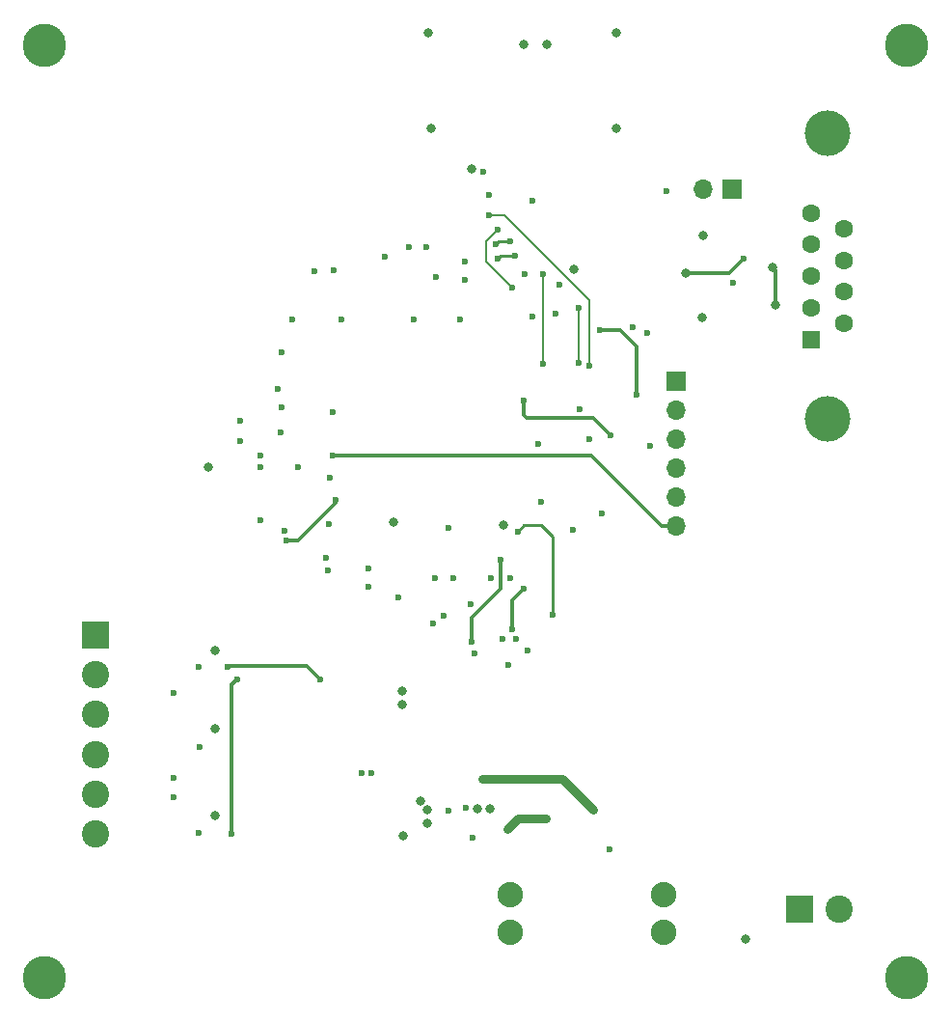
<source format=gbl>
G04 #@! TF.GenerationSoftware,KiCad,Pcbnew,(6.0.5)*
G04 #@! TF.CreationDate,2023-02-15T02:15:57-07:00*
G04 #@! TF.ProjectId,EVCU,45564355-2e6b-4696-9361-645f70636258,rev?*
G04 #@! TF.SameCoordinates,Original*
G04 #@! TF.FileFunction,Copper,L4,Bot*
G04 #@! TF.FilePolarity,Positive*
%FSLAX46Y46*%
G04 Gerber Fmt 4.6, Leading zero omitted, Abs format (unit mm)*
G04 Created by KiCad (PCBNEW (6.0.5)) date 2023-02-15 02:15:57*
%MOMM*%
%LPD*%
G01*
G04 APERTURE LIST*
G04 #@! TA.AperFunction,ComponentPad*
%ADD10C,3.800000*%
G04 #@! TD*
G04 #@! TA.AperFunction,ComponentPad*
%ADD11R,2.400000X2.400000*%
G04 #@! TD*
G04 #@! TA.AperFunction,ComponentPad*
%ADD12C,2.400000*%
G04 #@! TD*
G04 #@! TA.AperFunction,ComponentPad*
%ADD13C,2.235200*%
G04 #@! TD*
G04 #@! TA.AperFunction,ComponentPad*
%ADD14R,1.700000X1.700000*%
G04 #@! TD*
G04 #@! TA.AperFunction,ComponentPad*
%ADD15O,1.700000X1.700000*%
G04 #@! TD*
G04 #@! TA.AperFunction,ComponentPad*
%ADD16C,4.000000*%
G04 #@! TD*
G04 #@! TA.AperFunction,ComponentPad*
%ADD17R,1.600000X1.600000*%
G04 #@! TD*
G04 #@! TA.AperFunction,ComponentPad*
%ADD18C,1.600000*%
G04 #@! TD*
G04 #@! TA.AperFunction,ViaPad*
%ADD19C,0.800000*%
G04 #@! TD*
G04 #@! TA.AperFunction,ViaPad*
%ADD20C,0.600000*%
G04 #@! TD*
G04 #@! TA.AperFunction,Conductor*
%ADD21C,0.800000*%
G04 #@! TD*
G04 #@! TA.AperFunction,Conductor*
%ADD22C,0.300000*%
G04 #@! TD*
G04 #@! TA.AperFunction,Conductor*
%ADD23C,0.250000*%
G04 #@! TD*
G04 #@! TA.AperFunction,Conductor*
%ADD24C,0.200000*%
G04 #@! TD*
G04 APERTURE END LIST*
D10*
X83820000Y-45466000D03*
X159512000Y-45466000D03*
D11*
X150091200Y-121194600D03*
D12*
X153591200Y-121194600D03*
D13*
X138153808Y-123288256D03*
X138153808Y-119986256D03*
X124691808Y-123288256D03*
X124691808Y-119986256D03*
D14*
X144204531Y-58055200D03*
D15*
X141664531Y-58055200D03*
D14*
X139319000Y-74904600D03*
D15*
X139319000Y-77444600D03*
X139319000Y-79984600D03*
X139319000Y-82524600D03*
X139319000Y-85064600D03*
X139319000Y-87604600D03*
D10*
X159512000Y-127254000D03*
D11*
X88279200Y-97142600D03*
D12*
X88279200Y-100642600D03*
X88279200Y-104142600D03*
X88279200Y-107642600D03*
X88279200Y-111142600D03*
X88279200Y-114642600D03*
D16*
X152594869Y-78185200D03*
X152594869Y-53185200D03*
D17*
X151174869Y-71225200D03*
D18*
X151174869Y-68455200D03*
X151174869Y-65685200D03*
X151174869Y-62915200D03*
X151174869Y-60145200D03*
X154014869Y-69840200D03*
X154014869Y-67070200D03*
X154014869Y-64300200D03*
X154014869Y-61530200D03*
D10*
X83820000Y-127254000D03*
D19*
X98256400Y-82439200D03*
D20*
X119761000Y-92202000D03*
X136740431Y-70694200D03*
D19*
X115265200Y-103282600D03*
D20*
X122386400Y-56531200D03*
X101041200Y-78375200D03*
X131699000Y-80010000D03*
X124570800Y-99838200D03*
X104648000Y-72390000D03*
D19*
X125942400Y-45355200D03*
D20*
X121285000Y-94488000D03*
X120777000Y-66040000D03*
D19*
X115265200Y-102082600D03*
D20*
X122894400Y-58563200D03*
X124714000Y-92202000D03*
X114935000Y-93853000D03*
X104648000Y-77216000D03*
X125984000Y-65532000D03*
X118237000Y-65786000D03*
X130184200Y-87926700D03*
X109220000Y-65151000D03*
X138416831Y-58197400D03*
X128736400Y-68977200D03*
X108585000Y-90424000D03*
D19*
X127974400Y-45355200D03*
D20*
X102828400Y-82439200D03*
X127466400Y-85487200D03*
X135436531Y-70194700D03*
X126704400Y-59071200D03*
X125196600Y-97517200D03*
X108772000Y-87417600D03*
X130810000Y-77343000D03*
X115824000Y-63119000D03*
X118110000Y-92202000D03*
D19*
X115316000Y-114808000D03*
X114512400Y-87265200D03*
D20*
X121430700Y-114990148D03*
X109178400Y-77613200D03*
X137007600Y-80568800D03*
X144272000Y-66294000D03*
X119281608Y-112569456D03*
X97383600Y-99974400D03*
X111674800Y-109312600D03*
D19*
X130324931Y-65070100D03*
D20*
X104606400Y-79391200D03*
X129032000Y-66421000D03*
D19*
X121370400Y-56277200D03*
X124164400Y-87519200D03*
X141605000Y-69342000D03*
D20*
X95148400Y-102260400D03*
X133454808Y-115998456D03*
X101041200Y-80153200D03*
X109940400Y-69485200D03*
X112268000Y-92964000D03*
X116290400Y-69485200D03*
D19*
X141659531Y-62119200D03*
D20*
X117348000Y-63119000D03*
D19*
X117814400Y-52721200D03*
D20*
X112556400Y-109312600D03*
X119338400Y-87773200D03*
X123063000Y-92202000D03*
X106130400Y-82439200D03*
X95199200Y-109677200D03*
X120354400Y-69485200D03*
X102828400Y-81423200D03*
X121573600Y-98771400D03*
X107569000Y-65278000D03*
D19*
X134070400Y-44339200D03*
X145412700Y-123878100D03*
D20*
X102777600Y-87138200D03*
D19*
X121843800Y-112395000D03*
D20*
X120777000Y-64389000D03*
X104927400Y-88036400D03*
D19*
X117560400Y-44339200D03*
D20*
X120863208Y-112314456D03*
X113674200Y-63948000D03*
X126238000Y-98552000D03*
X108924400Y-83404400D03*
X105622400Y-69485200D03*
D19*
X134070400Y-52721200D03*
D20*
X97332800Y-114503200D03*
X127212400Y-80407200D03*
X95199200Y-111404400D03*
X132800400Y-86503200D03*
X108712000Y-91490800D03*
X118855800Y-95469400D03*
X104352400Y-75581200D03*
X97434400Y-106984800D03*
X112268000Y-91313000D03*
X124046600Y-97517200D03*
X126704400Y-69231200D03*
D19*
X122936000Y-112420400D03*
D20*
X117916000Y-96129800D03*
D19*
X98806000Y-113030000D03*
X117475000Y-113665000D03*
X117475000Y-112522000D03*
D20*
X122231200Y-109782600D03*
D19*
X116840000Y-111760000D03*
X98806000Y-98552000D03*
X132029200Y-112496600D03*
X98806000Y-105410000D03*
D20*
X127870000Y-113262400D03*
X124466400Y-114202200D03*
X109178400Y-81423200D03*
X109407000Y-85284000D03*
X105105200Y-88874600D03*
X132597200Y-70399600D03*
X135848400Y-76089200D03*
X125942400Y-76597200D03*
X133562400Y-79645200D03*
X100279200Y-114655600D03*
X100736400Y-101041200D03*
X108000800Y-101041200D03*
X99872800Y-99974400D03*
D19*
X147755531Y-64913200D03*
X148009531Y-68215200D03*
D20*
X145215531Y-64151200D03*
D19*
X140135531Y-65421200D03*
D20*
X121345000Y-97730000D03*
X123910400Y-90567200D03*
X128482400Y-95393200D03*
X125369200Y-88092400D03*
X124926400Y-96663200D03*
X125942400Y-93107200D03*
X131682800Y-73549200D03*
X122894400Y-60341200D03*
X127593400Y-65548200D03*
X127593400Y-73380213D03*
X130768400Y-68469200D03*
X130768400Y-73295200D03*
X124926400Y-66691200D03*
X123656400Y-61611200D03*
X123656400Y-64151200D03*
X125180400Y-63897200D03*
X123420900Y-62881200D03*
X124715900Y-62627200D03*
D21*
X132029200Y-112496600D02*
X129315200Y-109782600D01*
X129315200Y-109782600D02*
X122231200Y-109782600D01*
X125406200Y-113262400D02*
X124466400Y-114202200D01*
X127870000Y-113262400D02*
X125406200Y-113262400D01*
D22*
X137998200Y-87604600D02*
X131816800Y-81423200D01*
X139319000Y-87604600D02*
X137998200Y-87604600D01*
X131816800Y-81423200D02*
X109178400Y-81423200D01*
X105105200Y-88874600D02*
X106095800Y-88874600D01*
X106095800Y-88874600D02*
X109407000Y-85563400D01*
X109407000Y-85563400D02*
X109407000Y-85284000D01*
X134375200Y-70399600D02*
X135848400Y-71872800D01*
X135848400Y-71872800D02*
X135848400Y-76089200D01*
X132597200Y-70399600D02*
X134375200Y-70399600D01*
X126196400Y-78121200D02*
X125942400Y-77867200D01*
X125942400Y-77867200D02*
X125942400Y-76597200D01*
X133562400Y-79645200D02*
X132038400Y-78121200D01*
X132038400Y-78121200D02*
X126196400Y-78121200D01*
X100279200Y-101498400D02*
X100736400Y-101041200D01*
X100279200Y-114655600D02*
X100279200Y-101498400D01*
X108000800Y-101041200D02*
X106883200Y-99923600D01*
X106883200Y-99923600D02*
X99923600Y-99923600D01*
X99923600Y-99923600D02*
X99872800Y-99974400D01*
X143945531Y-65421200D02*
X140135531Y-65421200D01*
X148009531Y-65167200D02*
X147755531Y-64913200D01*
X145215531Y-64151200D02*
X143945531Y-65421200D01*
X148009531Y-68215200D02*
X148009531Y-65167200D01*
X121345000Y-97679200D02*
X121345000Y-95672600D01*
X121345000Y-95672600D02*
X123910400Y-93107200D01*
X123910400Y-93107200D02*
X123910400Y-90567200D01*
D23*
X127466400Y-87519200D02*
X125942400Y-87519200D01*
X128482400Y-95393200D02*
X128482400Y-88535200D01*
X125942400Y-87519200D02*
X125369200Y-88092400D01*
X128482400Y-88535200D02*
X127466400Y-87519200D01*
D22*
X124926400Y-96663200D02*
X124926400Y-94123200D01*
X124926400Y-94123200D02*
X125942400Y-93107200D01*
D24*
X131682800Y-67834200D02*
X127695000Y-63846400D01*
X131682800Y-73549200D02*
X131682800Y-67834200D01*
X127695000Y-63846400D02*
X124189800Y-60341200D01*
X124189800Y-60341200D02*
X122894400Y-60341200D01*
X127593400Y-73380213D02*
X127593400Y-65548200D01*
X130768400Y-68469200D02*
X130768400Y-73295200D01*
X122640400Y-64405200D02*
X122640400Y-62627200D01*
X124926400Y-66691200D02*
X122640400Y-64405200D01*
X122640400Y-62627200D02*
X123656400Y-61611200D01*
D23*
X125180400Y-63897200D02*
X123910400Y-63897200D01*
X123910400Y-63897200D02*
X123656400Y-64151200D01*
X123674900Y-62627200D02*
X123420900Y-62881200D01*
X124715900Y-62627200D02*
X123674900Y-62627200D01*
M02*

</source>
